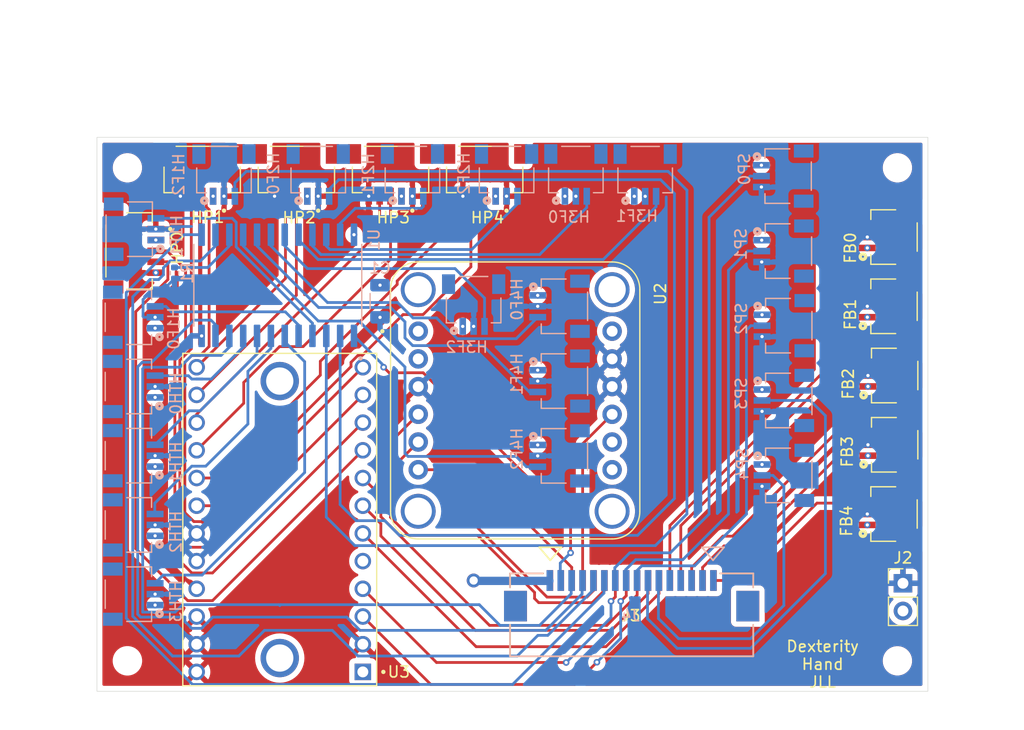
<source format=kicad_pcb>
(kicad_pcb (version 20240108) (generator "pcbnew") (generator_version "8.0")
  (layers (0 "F.Cu" signal) (1 "In1.Cu" power "PWR") (2 "In2.Cu" power "GND") (31 "B.Cu" signal) (34 "B.Paste" user) (35 "F.Paste" user) (36 "B.SilkS" user "B.Silkscreen") (37 "F.SilkS" user "F.Silkscreen") (38 "B.Mask" user) (39 "F.Mask" user) (44 "Edge.Cuts" user))
  (net 0 "")
  (net 1 "GND")
  (net 2 "3V3")
  (net 3 "HALL_0")
  (net 4 "HAPTIC_SCL_0")
  (net 5 "HAPTIC_SDA_0")
  (net 6 "HALL_1")
  (net 7 "HALL_2")
  (net 8 "HALL_3")
  (net 9 "HALL_4")
  (net 10 "HALL_5")
  (net 11 "HALL_6")
  (net 12 "HALL_7")
  (net 13 "HALL_8")
  (net 14 "HALL_9")
  (net 15 "HALL_10")
  (net 16 "HALL_11")
  (net 17 "HALL_12")
  (net 18 "HALL_13")
  (net 19 "HALL_14")
  (net 20 "HALL_15")
  (net 21 "HAPTIC_SDA_1")
  (net 22 "HAPTIC_SCL_1")
  (net 23 "HAPTIC_SDA_2")
  (net 24 "HAPTIC_SCL_2")
  (net 25 "HAPTIC_SDA_3")
  (net 26 "HAPTIC_SCL_3")
  (net 27 "HAPTIC_SCL_4")
  (net 28 "HAPTIC_SDA_4")
  (net 29 "FEEDBACK_D0")
  (net 30 "6V0")
  (net 31 "FEEDBACK_D1")
  (net 32 "FEEDBACK_D2")
  (net 33 "FEEDBACK_D3")
  (net 34 "FEEDBACK_D4")
  (net 35 "SPOOLPOT_ADC1")
  (net 36 "SPOOLPOT_ADC2")
  (net 37 "SPOOLPOT_ADC3")
  (net 38 "SPOOLPOT_ADC0")
  (net 39 "SPOOLPOT_ADC4")
  (net 40 "IMU_SDA")
  (net 41 "HAPTIC_SDA")
  (net 42 "HAPTIC_S2")
  (net 43 "HAPTIC_SCL")
  (net 44 "IMU_SCL")
  (net 45 "HAPTIC_S1")
  (net 46 "HAPTIC_S0")
  (net 47 "HALL_ADC")
  (net 48 "HALL_S2")
  (net 49 "HALL_S0")
  (net 50 "HALL_S1")
  (net 51 "HALL_S3")
  (net 52 "Net-(U1-~{E})")
  (net 54 "IMU_1_RST")
  (net 55 "unconnected-(J3-Pin_1-Pad1)")
  (net 58 "IMU_1_INT")
  (footprint "MountingHole:MountingHole_2.2mm_M2" (layer "F.Cu") (at 85.598 60.198)
    (property "Reference" "REF**" (hide yes))
    (property "Value" "MountingHole_2.2mm_M2")
  )
  (footprint "TCA9548A:MODULE_2717" (layer "F.Cu") (at 28.956 47.244 180)
    (property "Reference" "U3")
    (property "Value" "TCA9548A")
  )
  (footprint "SM03B-SRSS-TB:JST_SM03B-SRSS-TB_LF__SN_" (layer "F.Cu") (at 82.836 46.736 90)
    (property "Reference" "FB4")
    (property "Value" "Conn_01x03_FEEDBACK_4")
  )
  (footprint "SM03B-SRSS-TB:JST_SM03B-SRSS-TB_LF__SN_" (layer "F.Cu") (at 82.896 34.036 90)
    (property "Reference" "FB2")
    (property "Value" "Conn_01x03_FEEDBACK_2")
  )
  (footprint "Connector_PinHeader_2.54mm:PinHeader_1x02_P2.54mm_Vertical" (layer "F.Cu") (at 86.106 53.086)
    (property "Reference" "J2")
    (property "Value" "Conn_01x02_Feedback_Power")
  )
  (footprint "SM03B-SRSS-TB:JST_SM03B-SRSS-TB_LF__SN_" (layer "F.Cu") (at 82.836 21.336 90)
    (property "Reference" "FB0")
    (property "Value" "Conn_01x03_FEEDBACK_0")
  )
  (footprint "SM03B-SRSS-TB:JST_SM03B-SRSS-TB_LF__SN_" (layer "F.Cu") (at 82.836 27.686 90)
    (property "Reference" "FB1")
    (property "Value" "Conn_01x03_FEEDBACK_1")
  )
  (footprint "SM05B-SRSS-TB:JST_SM05B-SRSS-TB_LF__SN_" (layer "F.Cu") (at 39.116 13.716 180)
    (property "Reference" "HP3")
    (property "Value" "Conn_01x05_HAPTIC_3")
  )
  (footprint "SM05B-SRSS-TB:JST_SM05B-SRSS-TB_LF__SN_" (layer "F.Cu") (at 47.75 13.716 180)
    (property "Reference" "HP4")
    (property "Value" "Conn_01x05_HAPTIC_4")
  )
  (footprint "SM05B-SRSS-TB:JST_SM05B-SRSS-TB_LF__SN_" (layer "F.Cu") (at 30.48 13.716 180)
    (property "Reference" "HP2")
    (property "Value" "Conn_01x05_HAPTIC_2")
  )
  (footprint "SM05B-SRSS-TB:JST_SM05B-SRSS-TB_LF__SN_" (layer "F.Cu") (at 21.844 13.716 180)
    (property "Reference" "HP1")
    (property "Value" "Conn_01x05_HAPTIC_1")
  )
  (footprint "MountingHole:MountingHole_2.2mm_M2" (layer "F.Cu") (at 14.986 14.986)
    (property "Reference" "REF**" (hide yes))
    (property "Value" "MountingHole_2.2mm_M2")
  )
  (footprint "SM05B-SRSS-TB:JST_SM05B-SRSS-TB_LF__SN_" (layer "F.Cu") (at 13.716 22.606 -90)
    (property "Reference" "HP0")
    (property "Value" "Conn_01x05_HAPTIC_0")
  )
  (footprint "MountingHole:MountingHole_2.2mm_M2" (layer "F.Cu") (at 14.986 60.198)
    (property "Reference" "REF**" (hide yes))
    (property "Value" "MountingHole_2.2mm_M2")
  )
  (footprint "SM03B-SRSS-TB:JST_SM03B-SRSS-TB_LF__SN_" (layer "F.Cu") (at 82.896 40.386 90)
    (property "Reference" "FB3")
    (property "Value" "Conn_01x03_FEEDBACK_3")
  )
  (footprint "MountingHole:MountingHole_2.2mm_M2" (layer "F.Cu") (at 85.598 14.986)
    (property "Reference" "REF**" (hide yes))
    (property "Value" "MountingHole_2.2mm_M2")
  )
  (footprint "BNO085:MODULE_4754" (layer "F.Cu") (at 50.546 36.322 -90)
    (property "Reference" "U2")
    (property "Value" "4754")
  )
  (footprint "522071633:CON_522071633_MOL" (layer "F.Cu") (at 61.232015 55.981699)
    (property "Reference" "J3")
    (property "Value" "Conn_01x16_Top")
  )
  (footprint "SM03B-SRSS-TB:JST_SM03B-SRSS-TB_LF__SN_" (layer "B.Cu") (at 56.1086 17.5956)
    (property "Reference" "H3F0")
    (property "Value" "Conn_01x03_HALL_10")
  )
  (footprint "SM03B-SRSS-TB:JST_SM03B-SRSS-TB_LF__SN_" (layer "B.Cu") (at 73.184 29.464 -90)
    (property "Reference" "SP2")
    (property "Value" "Conn_01x03_SPOOLPOT_2")
  )
  (footprint "SM03B-SRSS-TB:JST_SM03B-SRSS-TB_LF__SN_" (layer "B.Cu") (at 17.526 28.6926 90)
    (property "Reference" "H1F0")
    (property "Value" "Conn_01x03_HALL_4")
  )
  (footprint "SM03B-SRSS-TB:JST_SM03B-SRSS-TB_LF__SN_" (layer "B.Cu") (at 46.736 29.529)
    (property "Reference" "H3F2")
    (property "Value" "Conn_01x03_HALL_12")
  )
  (footprint "SM03B-SRSS-TB:JST_SM03B-SRSS-TB_LF__SN_" (layer "B.Cu") (at 32.4866 17.6022)
    (property "Reference" "H2F0")
    (property "Value" "Conn_01x03_HALL_7")
  )
  (footprint "CD74HC4067M96:SOIC127P1030X265-24N" (layer "B.Cu") (at 28.7782 25.7607 90)
    (property "Reference" "U1")
    (property "Value" "CD74HC4067M96")
  )
  (footprint "SM03B-SRSS-TB:JST_SM03B-SRSS-TB_LF__SN_" (layer "B.Cu") (at 73.152 22.622 -90)
    (property "Reference" "SP1")
    (property "Value" "Conn_01x03_SPOOLPOT_1")
  )
  (footprint "SM03B-SRSS-TB:JST_SM03B-SRSS-TB_LF__SN_" (layer "B.Cu") (at 73.184 36.322 -90)
    (property "Reference" "SP3")
    (property "Value" "Conn_01x03_SPOOLPOT_3")
  )
  (footprint "SM03B-SRSS-TB:JST_SM03B-SRSS-TB_LF__SN_" (layer "B.Cu") (at 41.1226 17.5956)
    (property "Reference" "H2F1")
    (property "Value" "Conn_01x03_HALL_8")
  )
  (footprint "SM03B-SRSS-TB:JST_SM03B-SRSS-TB_LF__SN_" (layer "B.Cu") (at 73.184 43.194 -90)
    (property "Reference" "SP4")
    (property "Value" "Conn_01x03_SPOOLPOT_4")
  )
  (footprint "SM03B-SRSS-TB:JST_SM03B-SRSS-TB_LF__SN_" (layer "B.Cu") (at 52.61 27.686 -90)
    (property "Reference" "H4F0")
    (property "Value" "Conn_01x03_HALL_13")
  )
  (footprint "SM03B-SRSS-TB:JST_SM03B-SRSS-TB_LF__SN_" (layer "B.Cu") (at 62.468 17.6022)
    (property "Reference" "H3F1")
    (property "Value" "Conn_01x03_HALL_11")
  )
  (footprint "522071633:CON_522071633_MOL" (layer "B.Cu") (at 61.221015 55.981999 180)
    (property "Reference" "J4")
    (property "Value" "Conn_01x16_Bottom")
  )
  (footprint "SM03B-SRSS-TB:JST_SM03B-SRSS-TB_LF__SN_" (layer "B.Cu") (at 52.61 41.402 -90)
    (property "Reference" "H4F2")
    (property "Value" "Conn_01x03_HALL_15")
  )
  (footprint "SM03B-SRSS-TB:JST_SM03B-SRSS-TB_LF__SN_" (layer "B.Cu") (at 17.6022 20.6154 90)
    (property "Reference" "H1F1")
    (property "Value" "Conn_01x03_HALL_5")
  )
  (footprint "SM03B-SRSS-TB:JST_SM03B-SRSS-TB_LF__SN_" (layer "B.Cu") (at 17.526 41.386 90)
    (property "Reference" "HTH1")
    (property "Value" "Conn_01x03_HALL_1")
  )
  (footprint "SM03B-SRSS-TB:JST_SM03B-SRSS-TB_LF__SN_" (layer "B.Cu") (at 17.526 47.736 90)
    (property "Reference" "HTH2")
    (property "Value" "Conn_01x03_HALL_2")
  )
  (footprint "Capacitor_SMD:C_1206_3216Metric" (layer "B.Cu") (at 38.1508 27.227 -90)
    (property "Reference" "C1")
    (property "Value" "0.1u")
  )
  (footprint "SM03B-SRSS-TB:JST_SM03B-SRSS-TB_LF__SN_" (layer "B.Cu") (at 49.7586 17.5956)
    (property "Reference" "H2F2")
    (property "Value" "Conn_01x03_HALL_9")
  )
  (footprint "SM03B-SRSS-TB:JST_SM03B-SRSS-TB_LF__SN_" (layer "B.Cu") (at 23.8412 17.6022)
    (property "Reference" "H1F2")
    (property "Value" "Conn_01x03_HALL_6")
  )
  (footprint "SM03B-SRSS-TB:JST_SM03B-SRSS-TB_LF__SN_" (layer "B.Cu") (at 17.526 54.086 90)
    (property "Reference" "HTH3")
    (property "Value" "Conn_01x03_HALL_3")
  )
  (footprint "Resistor_SMD:R_0402_1005Metric" (layer "B.Cu") (at 19.304 24.638 90)
    (property "Reference" "R1")
    (property "Value" "10k")
  )
  (footprint "SM03B-SRSS-TB:JST_SM03B-SRSS-TB_LF__SN_" (layer "B.Cu") (at 17.526 35.0426 90)
    (property "Reference" "HTH0")
    (property "Value" "Conn_01x03_HALL_0")
  )
  (footprint "SM03B-SRSS-TB:JST_SM03B-SRSS-TB_LF__SN_" (layer "B.Cu") (at 73.1266 15.748 -90)
    (property "Reference" "SP0")
    (property "Value" "Conn_01x03_SPOOLPOT_0")
  )
  (footprint "SM03B-SRSS-TB:JST_SM03B-SRSS-TB_LF__SN_" (layer "B.Cu") (at 52.61 34.544 -90)
    (property "Reference" "H4F1")
    (property "Value" "Conn_01x03_HALL_14")
  )
  (gr_rect (start 12.192 12.192) (end 88.392 62.992) (stroke (width 0.05)) (fill none) (layer "Edge.Cuts"))
  (gr_text "Dexterity\nHand\nJLL" (at 78.74 62.738 0) (layer "F.SilkS") (effects (font (size 1.016 1.016) (thickness 0.1524)) (justify bottom)))
  (via (at 73.1266 16.748) (size 0.6) (drill 0.3) (layers "F.Cu" "B.Cu") (net 1))
  (via (at 23.844 17.591) (size 0.6) (drill 0.3) (layers "F.Cu" "B.Cu") (net 1))
  (via (at 73.152 23.622) (size 0.6) (drill 0.3) (layers "F.Cu" "B.Cu") (net 1))
  (via (at 41.116 17.591) (size 0.6) (drill 0.3) (layers "F.Cu" "B.Cu") (net 1))
  (via (at 52.61 27.686) (size 0.6) (drill 0.3) (layers "F.Cu" "B.Cu") (net 1))
  (via (at 28.48 17.591) (size 0.6) (drill 0.3) (layers "F.Cu" "B.Cu") (net 1))
  (via (at 32.48 17.591) (size 0.6) (drill 0.3) (layers "F.Cu" "B.Cu") (net 1))
  (via (at 17.526 54.086) (size 0.6) (drill 0.3) (layers "F.Cu" "B.Cu") (net 1))
  (via (at 73.184 44.194) (size 0.6) (drill 0.3) (layers "F.Cu" "B.Cu") (net 1))
  (via (at 21.7932 30.4007) (size 0.6) (drill 0.3) (layers "F.Cu" "B.Cu") (net 1))
  (via (at 17.526 41.386) (size 0.6) (drill 0.3) (layers "F.Cu" "B.Cu") (net 1))
  (via (at 17.526 47.736) (size 0.6) (drill 0.3) (layers "F.Cu" "B.Cu") (net 1))
  (via (at 82.896 40.386) (size 0.6) (drill 0.3) (layers "F.Cu" "B.Cu") (net 1))
  (via (at 73.184 30.464) (size 0.6) (drill 0.3) (layers "F.Cu" "B.Cu") (net 1))
  (via (at 82.836 46.736) (size 0.6) (drill 0.3) (layers "F.Cu" "B.Cu") (net 1))
  (via (at 38.1508 28.702) (size 0.6) (drill 0.3) (layers "F.Cu" "B.Cu") (net 1))
  (via (at 46.736 29.529) (size 0.6) (drill 0.3) (layers "F.Cu" "B.Cu") (net 1))
  (via (at 37.116 17.591) (size 0.6) (drill 0.3) (layers "F.Cu" "B.Cu") (net 1))
  (via (at 52.61 34.544) (size 0.6) (drill 0.3) (layers "F.Cu" "B.Cu") (net 1))
  (via (at 17.526 28.6926) (size 0.6) (drill 0.3) (layers "F.Cu" "B.Cu") (net 1))
  (via (at 52.61 41.402) (size 0.6) (drill 0.3) (layers "F.Cu" "B.Cu") (net 1))
  (via (at 56.1086 17.5956) (size 0.6) (drill 0.3) (layers "F.Cu" "B.Cu") (net 1))
  (via (at 82.896 34.036) (size 0.6) (drill 0.3) (layers "F.Cu" "B.Cu") (net 1))
  (via (at 82.836 21.336) (size 0.6) (drill 0.3) (layers "F.Cu" "B.Cu") (net 1))
  (via (at 45.75 17.591) (size 0.6) (drill 0.3) (layers "F.Cu" "B.Cu") (net 1))
  (via (at 17.591 24.606) (size 0.6) (drill 0.3) (layers "F.Cu" "B.Cu") (net 1))
  (via (at 82.836 27.686) (size 0.6) (drill 0.3) (layers "F.Cu" "B.Cu") (net 1))
  (via (at 17.591 20.606) (size 0.6) (drill 0.3) (layers "F.Cu" "B.Cu") (net 1))
  (via (at 49.75 17.591) (size 0.6) (drill 0.3) (layers "F.Cu" "B.Cu") (net 1))
  (via (at 19.844 17.591) (size 0.6) (drill 0.3) (layers "F.Cu" "B.Cu") (net 1))
  (via (at 73.184 37.322) (size 0.6) (drill 0.3) (layers "F.Cu" "B.Cu") (net 1))
  (via (at 62.468 17.6022) (size 0.6) (drill 0.3) (layers "F.Cu" "B.Cu") (net 1))
  (via (at 17.526 35.0426) (size 0.6) (drill 0.3) (layers "F.Cu" "B.Cu") (net 1))
  (segment (start 16.497 28.6926) (end 17.526 28.6926) (width 0.254) (layer "B.Cu") (net 1))
  (segment (start 16.4208 27.0624) (end 16.4208 28.6164) (width 0.254) (layer "B.Cu") (net 1))
  (segment (start 18.163 26.289) (end 17.1942 26.289) (width 0.254) (layer "B.Cu") (net 1))
  (segment (start 16.4208 28.6164) (end 16.497 28.6926) (width 0.254) (layer "B.Cu") (net 1))
  (segment (start 19.304 25.148) (end 18.163 26.289) (width 0.254) (layer "B.Cu") (net 1))
  (segment (start 17.1942 26.289) (end 16.4208 27.0624) (width 0.254) (layer "B.Cu") (net 1))
  (via (at 38.1508 25.752) (size 0.6) (drill 0.3) (layers "F.Cu" "B.Cu") (net 2))
  (via (at 46.736 52.832) (size 1.27) (drill 0.762) (layers "F.Cu" "B.Cu") (net 2))
  (via (at 17.526 36.0426) (size 0.6) (drill 0.3) (layers "F.Cu" "B.Cu") (net 2))
  (via (at 17.526 29.6926) (size 0.6) (drill 0.3) (layers "F.Cu" "B.Cu") (net 2))
  (via (at 55.1086 17.5956) (size 0.6) (drill 0.3) (layers "F.Cu" "B.Cu") (net 2))
  (via (at 52.61 40.402) (size 0.6) (drill 0.3) (layers "F.Cu" "B.Cu") (net 2))
  (via (at 73.184 28.464) (size 0.6) (drill 0.3) (layers "F.Cu" "B.Cu") (net 2))
  (via (at 73.1266 14.748) (size 0.6) (drill 0.3) (layers "F.Cu" "B.Cu") (net 2))
  (via (at 73.152 21.622) (size 0.6) (drill 0.3) (layers "F.Cu" "B.Cu") (net 2))
  (via (at 61.468 17.6022) (size 0.6) (drill 0.3) (layers "F.Cu" "B.Cu") (net 2))
  (via (at 73.184 35.322) (size 0.6) (drill 0.3) (layers "F.Cu" "B.Cu") (net 2))
  (via (at 40.116 17.591) (size 0.6) (drill 0.3) (layers "F.Cu" "B.Cu") (net 2))
  (via (at 45.736 29.529) (size 0.6) (drill 0.3) (layers "F.Cu" "B.Cu") (net 2))
  (via (at 22.844 17.591) (size 0.6) (drill 0.3) (layers "F.Cu" "B.Cu") (net 2))
  (via (at 17.526 42.386) (size 0.6) (drill 0.3) (layers "F.Cu" "B.Cu") (net 2))
  (via (at 31.48 17.591) (size 0.6) (drill 0.3) (layers "F.Cu" "B.Cu") (net 2))
  (via (at 73.184 42.194) (size 0.6) (drill 0.3) (layers "F.Cu" "B.Cu") (net 2))
  (via (at 52.61 33.544) (size 0.6) (drill 0.3) (layers "F.Cu" "B.Cu") (net 2))
  (via (at 35.7632 21.1207) (size 0.6) (drill 0.3) (layers "F.Cu" "B.Cu") (net 2))
  (via (at 17.526 55.086) (size 0.6) (drill 0.3) (layers "F.Cu" "B.Cu") (net 2))
  (via (at 48.75 17.591) (size 0.6) (drill 0.3) (layers "F.Cu" "B.Cu") (net 2))
  (via (at 17.591 21.606) (size 0.6) (drill 0.3) (layers "F.Cu" "B.Cu") (net 2))
  (via (at 52.61 26.686) (size 0.6) (drill 0.3) (layers "F.Cu" "B.Cu") (net 2))
  (via (at 17.526 48.736) (size 0.6) (drill 0.3) (layers "F.Cu" "B.Cu") (net 2))
  (segment (start 53.682 52.867) (end 46.771 52.867) (width 0.762) (layer "B.Cu") (net 2))
  (segment (start 46.771 52.867) (end 46.736 52.832) (width 0.762) (layer "B.Cu") (net 2))
  (segment (start 22.675699 34.3582) (end 25.6032 31.430699) (width 0.254) (layer "B.Cu") (net 3))
  (segment (start 21.844 34.3582) (end 21.59 34.3582) (width 0.254) (layer "B.Cu") (net 3))
  (segment (start 25.6032 31.430699) (end 25.6032 30.4007) (width 0.254) (layer "B.Cu") (net 3))
  (segment (start 20.580709 34.052) (end 20.886909 34.3582) (width 0.254) (layer "B.Cu") (net 3))
  (segment (start 21.59 34.3582) (end 21.336 34.3582) (width 0.254) (layer "B.Cu") (net 3))
  (segment (start 20.886909 34.3582) (end 21.336 34.3582) (width 0.254) (layer "B.Cu") (net 3))
  (segment (start 17.494 34.052) (end 20.580709 34.052) (width 0.254) (layer "B.Cu") (net 3))
  (segment (start 21.844 34.3582) (end 22.675699 34.3582) (width 0.254) (layer "B.Cu") (net 3))
  (segment (start 21.336 34.3582) (end 21.844 34.3582) (width 0.254) (layer "B.Cu") (net 3))
  (segment (start 19.3374 32.446153) (end 19.3374 50.588691) (width 0.254) (layer "F.Cu") (net 4))
  (segment (start 20.32 24.306) (end 20.32 31.463553) (width 0.254) (layer "F.Cu") (net 4))
  (segment (start 19.3374 50.588691) (end 20.886909 52.1382) (width 0.254) (layer "F.Cu") (net 4))
  (segment (start 18.62 22.606) (end 20.32 24.306) (width 0.254) (layer "F.Cu") (net 4))
  (segment (start 20.32 31.463553) (end 19.3374 32.446153) (width 0.254) (layer "F.Cu") (net 4))
  (segment (start 22.7918 52.1382) (end 36.576 38.354) (width 0.254) (layer "F.Cu") (net 4))
  (segment (start 20.886909 52.1382) (end 22.7918 52.1382) (width 0.254) (layer "F.Cu") (net 4))
  (segment (start 17.591 22.606) (end 18.62 22.606) (width 0.254) (layer "F.Cu") (net 4))
  (segment (start 20.515309 54.6782) (end 22.7918 54.6782) (width 0.254) (layer "F.Cu") (net 5))
  (segment (start 15.748 28.1844) (end 15.748 49.910891) (width 0.254) (layer "F.Cu") (net 5))
  (segment (start 18.6962 23.622) (end 18.6962 25.2362) (width 0.254) (layer "F.Cu") (net 5))
  (segment (start 18.6962 25.2362) (end 15.748 28.1844) (width 0.254) (layer "F.Cu") (net 5))
  (segment (start 15.748 49.910891) (end 20.515309 54.6782) (width 0.254) (layer "F.Cu") (net 5))
  (segment (start 17.591 23.606) (end 18.6802 23.606) (width 0.254) (layer "F.Cu") (net 5))
  (segment (start 18.6802 23.606) (end 18.6962 23.622) (width 0.254) (layer "F.Cu") (net 5))
  (segment (start 22.7918 54.6782) (end 36.576 40.894) (width 0.254) (layer "F.Cu") (net 5))
  (segment (start 20.6422 37.2698) (end 21.6582 37.2698) (width 0.254) (layer "B.Cu") (net 6))
  (segment (start 17.526 40.386) (end 20.6422 37.2698) (width 0.254) (layer "B.Cu") (net 6))
  (segment (start 26.8732 32.0548) (end 26.8732 30.4007) (width 0.254) (layer "B.Cu") (net 6))
  (segment (start 21.6582 37.2698) (end 26.8732 32.0548) (width 0.254) (layer "B.Cu") (net 6))
  (segment (start 22.1662 42.3498) (end 26.035 38.481) (width 0.254) (layer "B.Cu") (net 7))
  (segment (start 17.494 46.752) (end 17.494 45.742709) (width 0.254) (layer "B.Cu") (net 7))
  (segment (start 26.035 33.655) (end 28.1432 31.5468) (width 0.254) (layer "B.Cu") (net 7))
  (segment (start 20.886909 42.3498) (end 22.1662 42.3498) (width 0.254) (layer "B.Cu") (net 7))
  (segment (start 26.035 38.481) (end 26.035 33.655) (width 0.254) (layer "B.Cu") (net 7))
  (segment (start 28.1432 31.5468) (end 28.1432 30.4007) (width 0.254) (layer "B.Cu") (net 7))
  (segment (start 17.494 45.742709) (end 20.886909 42.3498) (width 0.254) (layer "B.Cu") (net 7))
  (segment (start 31.242 32.766) (end 29.4132 30.9372) (width 0.254) (layer "B.Cu") (net 8))
  (segment (start 29.4132 30.9372) (end 29.4132 30.4007) (width 0.254) (layer "B.Cu") (net 8))
  (segment (start 31.242 42.926) (end 31.242 32.766) (width 0.254) (layer "B.Cu") (net 8))
  (segment (start 18.262291 52.333709) (end 21.834291 52.333709) (width 0.254) (layer "B.Cu") (net 8))
  (segment (start 21.834291 52.333709) (end 31.242 42.926) (width 0.254) (layer "B.Cu") (net 8))
  (segment (start 17.494 53.102) (end 18.262291 52.333709) (width 0.254) (layer "B.Cu") (net 8))
  (segment (start 18.523 27.702) (end 19.015 28.194) (width 0.254) (layer "B.Cu") (net 9))
  (segment (start 17.494 27.702) (end 18.523 27.702) (width 0.254) (layer "B.Cu") (net 9))
  (segment (start 29.464 28.194) (end 30.6832 29.4132) (width 0.254) (layer "B.Cu") (net 9))
  (segment (start 30.6832 29.4132) (end 30.6832 30.4007) (width 0.254) (layer "B.Cu") (net 9))
  (segment (start 19.015 28.194) (end 29.464 28.194) (width 0.254) (layer "B.Cu") (net 9))
  (segment (start 31.9532 30.4007) (end 31.9532 29.235418) (width 0.254) (layer "B.Cu") (net 10))
  (segment (start 24.9634 19.985) (end 24.5938 19.6154) (width 0.254) (layer "B.Cu") (net 10))
  (segment (start 31.9532 29.235418) (end 24.9634 22.245618) (width 0.254) (layer "B.Cu") (net 10))
  (segment (start 24.5938 19.6154) (end 17.6022 19.6154) (width 0.254) (layer "B.Cu") (net 10))
  (segment (start 24.9634 22.245618) (end 24.9634 19.985) (width 0.254) (layer "B.Cu") (net 10))
  (segment (start 66.294 17.0434) (end 64.5668 15.3162) (width 0.254) (layer "B.Cu") (net 11))
  (segment (start 64.5668 15.3162) (end 25.8826 15.3162) (width 0.254) (layer "B.Cu") (net 11))
  (segment (start 24.8412 16.3576) (end 24.8412 17.6022) (width 0.254) (layer "B.Cu") (net 11))
  (segment (start 33.2232 30.4007) (end 33.2232 47.0154) (width 0.254) (layer "B.Cu") (net 11))
  (segment (start 66.294 46.736) (end 66.294 17.0434) (width 0.254) (layer "B.Cu") (net 11))
  (segment (start 35.8394 49.6316) (end 63.3984 49.6316) (width 0.254) (layer "B.Cu") (net 11))
  (segment (start 63.3984 49.6316) (end 66.294 46.736) (width 0.254) (layer "B.Cu") (net 11))
  (segment (start 33.2232 47.0154) (end 35.8394 49.6316) (width 0.254) (layer "B.Cu") (net 11))
  (segment (start 25.8826 15.3162) (end 24.8412 16.3576) (width 0.254) (layer "B.Cu") (net 11))
  (segment (start 65.151 45.3136) (end 65.151 17.3482) (width 0.254) (layer "B.Cu") (net 12))
  (segment (start 34.3662 16.0782) (end 33.4866 16.9578) (width 0.254) (layer "B.Cu") (net 12))
  (segment (start 33.4866 16.9578) (end 33.4866 17.6022) (width 0.254) (layer "B.Cu") (net 12))
  (segment (start 65.151 17.3482) (end 63.881 16.0782) (width 0.254) (layer "B.Cu") (net 12))
  (segment (start 61.7728 48.6918) (end 65.151 45.3136) (width 0.254) (layer "B.Cu") (net 12))
  (segment (start 38.5826 47.3456) (end 39.9288 48.6918) (width 0.254) (layer "B.Cu") (net 12))
  (segment (start 34.4932 30.4007) (end 34.4932 45.8724) (width 0.254) (layer "B.Cu") (net 12))
  (segment (start 63.881 16.0782) (end 34.3662 16.0782) (width 0.254) (layer "B.Cu") (net 12))
  (segment (start 39.9288 48.6918) (end 61.7728 48.6918) (width 0.254) (layer "B.Cu") (net 12))
  (segment (start 34.4932 45.8724) (end 35.9664 47.3456) (width 0.254) (layer "B.Cu") (net 12))
  (segment (start 35.9664 47.3456) (end 38.5826 47.3456) (width 0.254) (layer "B.Cu") (net 12))
  (segment (start 34.4932 21.1207) (end 34.4932 20.090701) (width 0.254) (layer "B.Cu") (net 13))
  (segment (start 35.883101 18.7008) (end 41.9544 18.7008) (width 0.254) (layer "B.Cu") (net 13))
  (segment (start 41.9544 18.7008) (end 42.1226 18.5326) (width 0.254) (layer "B.Cu") (net 13))
  (segment (start 42.1226 18.5326) (end 42.1226 17.5956) (width 0.254) (layer "B.Cu") (net 13))
  (segment (start 34.4932 20.090701) (end 35.883101 18.7008) (width 0.254) (layer "B.Cu") (net 13))
  (segment (start 46.5563 22.4809) (end 50.7586 18.2786) (width 0.254) (layer "B.Cu") (net 14))
  (segment (start 33.2232 22.150699) (end 33.553401 22.4809) (width 0.254) (layer "B.Cu") (net 14))
  (segment (start 33.553401 22.4809) (end 46.5563 22.4809) (width 0.254) (layer "B.Cu") (net 14))
  (segment (start 50.7586 18.2786) (end 50.7586 17.5956) (width 0.254) (layer "B.Cu") (net 14))
  (segment (start 33.2232 21.1207) (end 33.2232 22.150699) (width 0.254) (layer "B.Cu") (net 14))
  (segment (start 57.1086 18.6246) (end 57.1086 17.5956) (width 0.254) (layer "B.Cu") (net 15))
  (segment (start 31.9532 22.150699) (end 32.740601 22.9381) (width 0.254) (layer "B.Cu") (net 15))
  (segment (start 32.740601 22.9381) (end 52.7951 22.9381) (width 0.254) (layer "B.Cu") (net 15))
  (segment (start 52.7951 22.9381) (end 57.1086 18.6246) (width 0.254) (layer "B.Cu") (net 15))
  (segment (start 31.9532 21.1207) (end 31.9532 22.150699) (width 0.254) (layer "B.Cu") (net 15))
  (segment (start 32.472682 23.3953) (end 58.6213 23.3953) (width 0.254) (layer "B.Cu") (net 16))
  (segment (start 58.6213 23.3953) (end 63.468 18.5486) (width 0.254) (layer "B.Cu") (net 16))
  (segment (start 30.6832 21.605818) (end 32.472682 23.3953) (width 0.254) (layer "B.Cu") (net 16))
  (segment (start 63.468 18.5486) (end 63.468 17.6022) (width 0.254) (layer "B.Cu") (net 16))
  (segment (start 30.6832 21.1207) (end 30.6832 21.605818) (width 0.254) (layer "B.Cu") (net 16))
  (segment (start 29.4132 22.150699) (end 31.494301 24.2318) (width 0.254) (layer "B.Cu") (net 17))
  (segment (start 47.736 26.9334) (end 47.736 29.529) (width 0.254) (layer "B.Cu") (net 17))
  (segment (start 29.4132 21.1207) (end 29.4132 22.150699) (width 0.254) (layer "B.Cu") (net 17))
  (segment (start 45.0344 24.2318) (end 47.736 26.9334) (width 0.254) (layer "B.Cu") (net 17))
  (segment (start 31.494301 24.2318) (end 45.0344 24.2318) (width 0.254) (layer "B.Cu") (net 17))
  (segment (start 33.332101 27.3396) (end 39.7602 27.3396) (width 0.254) (layer "B.Cu") (net 18))
  (segment (start 28.1432 22.150699) (end 33.332101 27.3396) (width 0.254) (layer "B.Cu") (net 18))
  (segment (start 41.1734 28.7528) (end 43.3324 28.7528) (width 0.254) (layer "B.Cu") (net 18))
  (segment (start 39.7602 27.3396) (end 41.1734 28.7528) (width 0.254) (layer "B.Cu") (net 18))
  (segment (start 43.3324 28.7528) (end 45.2374 30.6578) (width 0.254) (layer "B.Cu") (net 18))
  (segment (start 28.1432 21.1207) (end 28.1432 22.150699) (width 0.254) (layer "B.Cu") (net 18))
  (segment (start 50.6382 30.6578) (end 52.61 28.686) (width 0.254) (layer "B.Cu") (net 18))
  (segment (start 45.2374 30.6578) (end 50.6382 30.6578) (width 0.254) (layer "B.Cu") (net 18))
  (segment (start 51.8508 35.544) (end 52.61 35.544) (width 0.254) (layer "B.Cu") (net 19))
  (segment (start 26.8732 22.150699) (end 32.519301 27.7968) (width 0.254) (layer "B.Cu") (net 19))
  (segment (start 47.5996 31.2928) (end 51.8508 35.544) (width 0.254) (layer "B.Cu") (net 19))
  (segment (start 39.1252 27.7968) (end 40.4368 29.1084) (width 0.254) (layer "B.Cu") (net 19))
  (segment (start 32.519301 27.7968) (end 39.1252 27.7968) (width 0.254) (layer "B.Cu") (net 19))
  (segment (start 40.4368 29.1084) (end 40.4368 30.57861) (width 0.254) (layer "B.Cu") (net 19))
  (segment (start 40.4368 30.57861) (end 41.15099 31.2928) (width 0.254) (layer "B.Cu") (net 19))
  (segment (start 26.8732 21.1207) (end 26.8732 22.150699) (width 0.254) (layer "B.Cu") (net 19))
  (segment (start 41.15099 31.2928) (end 47.5996 31.2928) (width 0.254) (layer "B.Cu") (net 19))
  (segment (start 50.6318 41.4528) (end 51.581 42.402) (width 0.254) (layer "B.Cu") (net 20))
  (segment (start 25.6032 21.1207) (end 25.6032 22.150699) (width 0.254) (layer "B.Cu") (net 20))
  (segment (start 32.493001 29.0405) (end 36.2287 29.0405) (width 0.254) (layer "B.Cu") (net 20))
  (segment (start 36.2287 29.0405) (end 40.4368 33.2486) (width 0.254) (layer "B.Cu") (net 20))
  (segment (start 40.4368 33.2486) (end 40.4368 41.1734) (width 0.254) (layer "B.Cu") (net 20))
  (segment (start 25.6032 22.150699) (end 32.493001 29.0405) (width 0.254) (layer "B.Cu") (net 20))
  (segment (start 40.4368 41.1734) (end 40.7162 41.4528) (width 0.254) (layer "B.Cu") (net 20))
  (segment (start 51.581 42.402) (end 52.61 42.402) (width 0.254) (layer "B.Cu") (net 20))
  (segment (start 40.7162 41.4528) (end 50.6318 41.4528) (width 0.254) (layer "B.Cu") (net 20))
  (segment (start 20.844 31.586131) (end 19.7946 32.635531) (width 0.254) (layer "F.Cu") (net 21))
  (segment (start 22.606 49.784) (end 36.576 35.814) (width 0.254) (layer "F.Cu") (net 21))
  (segment (start 19.7946 32.635531) (end 19.7946 49.512599) (width 0.254) (layer "F.Cu") (net 21))
  (segment (start 20.066001 49.784) (end 22.606 49.784) (width 0.254) (layer "F.Cu") (net 21))
  (segment (start 19.7946 49.512599) (end 20.066001 49.784) (width 0.254) (layer "F.Cu") (net 21))
  (segment (start 20.844 17.591) (end 20.844 31.586131) (width 0.254) (layer "F.Cu") (net 21))
  (segment (start 20.2518 32.824909) (end 20.2518 46.5996) (width 0.254) (layer "F.Cu") (net 22))
  (segment (start 20.886909 32.1898) (end 20.2518 32.824909) (width 0.254) (layer "F.Cu") (net 22))
  (segment (start 22.479 18.8232) (end 22.479 31.369) (width 0.254) (layer "F.Cu") (net 22))
  (segment (start 21.082 47.4298) (end 21.785091 47.4298) (width 0.254) (layer "F.Cu") (net 22))
  (segment (start 22.2138 18.558) (end 22.479 18.8232) (width 0.254) (layer "F.Cu") (net 22))
  (segment (start 20.2518 46.5996) (end 21.082 47.4298) (width 0.254) (layer "F.Cu") (net 22))
  (segment (start 22.356645 47.493355) (end 36.576 33.274) (width 0.254) (layer "F.Cu") (net 22))
  (segment (start 21.6582 32.1898) (end 20.886909 32.1898) (width 0.254) (layer "F.Cu") (net 22))
  (segment (start 21.785091 47.4298) (end 21.848646 47.493355) (width 0.254) (layer "F.Cu") (net 22))
  (segment (start 22.479 31.369) (end 21.6582 32.1898) (width 0.254) (layer "F.Cu") (net 22))
  (segment (start 21.844 17.591) (end 22.2138 17.9608) (width 0.254) (layer "F.Cu") (net 22))
  (segment (start 22.2138 17.9608) (end 22.2138 18.558) (width 0.254) (layer "F.Cu") (net 22))
  (segment (start 21.848646 47.493355) (end 22.356645 47.493355) (width 0.254) (layer "F.Cu") (net 22))
  (segment (start 29.48 25.13) (end 21.336 33.274) (width 0.254) (layer "F.Cu") (net 23))
  (segment (start 29.48 17.591) (end 29.48 25.13) (width 0.254) (layer "F.Cu") (net 23))
  (segment (start 30.48 26.67) (end 21.336 35.814) (width 0.254) (layer "F.Cu") (net 24))
  (segment (start 30.48 17.591) (end 30.48 26.67) (width 0.254) (layer "F.Cu") (net 24))
  (segment (start 38.116 20.812) (end 21.336 37.592) (width 0.254) (layer "F.Cu") (net 25))
  (segment (start 21.336 37.592) (end 21.336 38.354) (width 0.254) (layer "F.Cu") (net 25))
  (segment (start 38.116 17.591) (end 38.116 20.812) (width 0.254) (layer "F.Cu") (net 25))
  (segment (start 25.654 34.671) (end 25.654 36.576) (width 0.254) (layer "F.Cu") (net 26))
  (segment (start 28.94 31.385) (end 25.654 34.671) (width 0.254) (layer "F.Cu") (net 26))
  (segment (start 39.116 17.591) (end 39.116 23.368) (width 0.254) (layer "F.Cu") (net 26))
  (segment (start 31.099 31.385) (end 28.94 31.385) (width 0.254) (layer "F.Cu") (net 26))
  (segment (start 25.654 36.576) (end 21.336 40.894) (width 0.254) (layer "F.Cu") (net 26))
  (segment (start 39.116 23.368) (end 31.099 31.385) (width 0.254) (layer "F.Cu") (net 26))
  (segment (start 22.733 45.974) (end 21.336 45.974) (width 0.254) (layer "F.Cu") (net 27))
  (segment (start 47.75 17.591) (end 47.3802 17.9608) (width 0.254) (layer "F.Cu") (net 27))
  (segment (start 36.126909 32.1898) (end 35.4918 32.824909) (width 0.254) (layer "F.Cu") (net 27))
  (segment (start 47.3802 17.9608) (end 47.3802 18.6962) (width 0.254) (layer "F.Cu") (net 27))
  (segment (start 36.5172 32.1898) (end 36.126909 32.1898) (width 0.254) (layer "F.Cu") (net 27))
  (segment (start 42.099716 28.448) (end 40.259 28.448) (width 0.254) (layer "F.Cu") (net 27))
  (segment (start 46.482 24.065716) (end 42.099716 28.448) (width 0.254) (layer "F.Cu") (net 27))
  (segment (start 35.4918 33.2152) (end 22.733 45.974) (width 0.254) (layer "F.Cu") (net 27))
  (segment (start 40.259 28.448) (end 36.5172 32.1898) (width 0.254) (layer "F.Cu") (net 27))
  (segment (start 46.482 19.5944) (end 46.482 24.065716) (width 0.254) (layer "F.Cu") (net 27))
  (segment (start 47.3802 18.6962) (end 46.482 19.5944) (width 0.254) (layer "F.Cu") (net 27))
  (segment (start 35.4918 32.824909) (end 35.4918 33.2152) (width 0.254) (layer "F.Cu") (net 27))
  (segment (start 46.75 17.591) (end 46.75 18.679822) (width 0.254) (layer "F.Cu") (net 28))
  (segment (start 23.241 43.434) (end 21.336 43.434) (width 0.254) (layer "F.Cu") (net 28))
  (segment (start 39.7258 25.362484) (end 39.7258 25.6792) (width 0.254) (layer "F.Cu") (net 28))
  (segment (start 32.6754 32.7296) (end 32.6754 33.9996) (width 0.254) (layer "F.Cu") (net 28))
  (segment (start 32.6754 33.9996) (end 23.241 43.434) (width 0.254) (layer "F.Cu") (net 28))
  (segment (start 46.75 18.679822) (end 46.408462 18.679822) (width 0.254) (layer "F.Cu") (net 28))
  (segment (start 39.7258 25.6792) (end 32.6754 32.7296) (width 0.254) (layer "F.Cu") (net 28))
  (segment (start 46.408462 18.679822) (end 39.7258 25.362484) (width 0.254) (layer "F.Cu") (net 28))
  (segment (start 64.732031 52.8317) (end 64.732031 47.789969) (width 0.254) (layer "F.Cu") (net 29))
  (segment (start 78.74 33.782) (end 78.74 23.622) (width 0.254) (layer "F.Cu") (net 29))
  (segment (start 64.732031 47.789969) (end 78.74 33.782) (width 0.254) (layer "F.Cu") (net 29))
  (segment (start 78.74 23.622) (end 82.026 20.336) (width 0.254) (layer "F.Cu") (net 29))
  (segment (start 82.026 20.336) (end 82.836 20.336) (width 0.254) (layer "F.Cu") (net 29))
  (via (at 82.896 35.036) (size 0.6) (drill 0.3) (layers "F.Cu" "B.Cu") (net 30))
  (via (at 82.836 22.336) (size 0.6) (drill 0.3) (layers "F.Cu" "B.Cu") (net 30))
  (via (at 82.896 41.386) (size 0.6) (drill 0.3) (layers "F.Cu" "B.Cu") (net 30))
  (via (at 82.836 47.736) (size 0.6) (drill 0.3) (layers "F.Cu" "B.Cu") (net 30))
  (via (at 82.836 28.686) (size 0.6) (drill 0.3) (layers "F.Cu" "B.Cu") (net 30))
  (segment (start 81.7308 27.0558) (end 82.1006 26.686) (width 0.254) (layer "F.Cu") (net 31))
  (segment (start 65.732031 47.805969) (end 65.732031 52.8317) (width 0.254) (layer "F.Cu") (net 31))
  (segment (start 81.7308 31.8072) (end 65.732031 47.805969) (width 0.254) (layer "F.Cu") (net 31))
  (segment (start 82.161 26.686) (end 82.836 26.686) (width 0.2) (layer "F.Cu") (net 31))
  (segment (start 82.107 26.686) (end 82.161 26.686) (width 0.254) (layer "F.Cu") (net 31))
  (segment (start 81.7308 31.8072) (end 81.7308 27.0558) (width 0.254) (layer "F.Cu") (net 31))
  (segment (start 82.1006 26.686) (end 82.836 26.686) (width 0.254) (layer "F.Cu") (net 31))
  (segment (start 82.896 33.036) (end 82.1606 33.036) (width 0.254) (layer "F.Cu") (net 32))
  (segment (start 82.1606 33.036) (end 81.7908 33.4058) (width 0.254) (layer "F.Cu") (net 32))
  (segment (start 66.732029 51.6277) (end 66.732029 52.8317) (width 0.254) (layer "F.Cu") (net 32))
  (segment (start 81.7908 33.4058) (end 81.7908 37.4622) (width 0.254) (layer "F.Cu") (net 32))
  (segment (start 69.591729 48.768) (end 66.732029 51.6277) (width 0.254) (layer "F.Cu") (net 32))
  (segment (start 81.7908 37.4622) (end 70.485 48.768) (width 0.254) (layer "F.Cu") (net 32))
  (segment (start 70.485 48.768) (end 69.591729 48.768) (width 0.254) (layer "F.Cu") (net 32))
  (segment (start 67.73203 51.6277) (end 69.70273 49.657) (width 0.254) (layer "F.Cu") (net 33))
  (segment (start 69.70273 49.657) (end 71.9384 49.657) (width 0.254) (layer "F.Cu") (net 33))
  (segment (start 71.9384 49.657) (end 82.2094 39.386) (width 0.254) (layer "F.Cu") (net 33))
  (segment (start 67.73203 52.8317) (end 67.73203 51.6277) (width 0.254) (layer "F.Cu") (net 33))
  (segment (start 82.2094 39.386) (end 82.896 39.386) (width 0.254) (layer "F.Cu") (net 33))
  (segment (start 78.217302 45.736) (end 71.121602 52.8317) (width 0.254) (layer "F.Cu") (net 34))
  (segment (start 82.836 45.736) (end 78.217302 45.736) (width 0.254) (layer "F.Cu") (net 34))
  (segment (start 71.121602 52.8317) (end 68.73203 52.8317) (width 0.254) (layer "F.Cu") (net 34))
  (segment (start 65.913 50.927) (end 70.104 46.736) (width 0.254) (layer "B.Cu") (net 35))
  (segment (start 60.682 51.84) (end 61.595 50.927) (width 0.254) (layer "B.Cu") (net 35))
  (segment (start 60.682 52.867) (end 60.682 51.84) (width 0.254) (layer "B.Cu") (net 35))
  (segment (start 71.866 22.622) (end 73.152 22.622) (width 0.254) (layer "B.Cu") (net 35))
  (segment (start 70.104 46.736) (end 70.104 24.384) (width 0.254) (layer "B.Cu") (net 35))
  (segment (start 70.104 24.384) (end 71.866 22.622) (width 0.254) (layer "B.Cu") (net 35))
  (segment (start 61.595 50.927) (end 65.913 50.927) (width 0.254) (layer "B.Cu") (net 35))
  (segment (start 72.155 29.464) (end 73.184 29.464) (width 0.254) (layer "B.Cu") (net 36))
  (segment (start 71.755 46.736) (end 71.755 29.864) (width 0.254) (layer "B.Cu") (net 36))
  (segment (start 61.682 51.9566) (end 62.1528 51.4858) (width 0.254) (layer "B.Cu") (net 36))
  (segment (start 67.0052 51.4858) (end 71.755 46.736) (width 0.254) (layer "B.Cu") (net 36))
  (segment (start 61.682 52.867) (end 61.682 51.9566) (width 0.254) (layer "B.Cu") (net 36))
  (segment (start 71.755 29.864) (end 72.155 29.464) (width 0.254) (layer "B.Cu") (net 36))
  (segment (start 62.1528 51.4858) (end 67.0052 51.4858) (width 0.254) (layer "B.Cu") (net 36))
  (segment (start 77.597 36.322) (end 73.184 36.322) (width 0.254) (layer "B.Cu") (net 37))
  (segment (start 65.405 59.055) (end 72.136 59.055) (width 0.254) (layer "B.Cu") (net 37))
  (segment (start 72.136 59.055) (end 78.994 52.197) (width 0.254) (layer "B.Cu") (net 37))
  (segment (start 62.682 52.867) (end 62.682 56.332) (width 0.254) (layer "B.Cu") (net 37))
  (segment (start 78.994 37.719) (end 77.597 36.322) (width 0.254) (layer "B.Cu") (net 37))
  (segment (start 62.682 56.332) (end 65.405 59.055) (width 0.254) (layer "B.Cu") (net 37))
  (segment (start 78.994 52.197) (end 78.994 37.719) (width 0.254) (layer "B.Cu") (net 37))
  (segment (start 61.053 50.292) (end 64.77 50.292) (width 0.254) (layer "B.Cu") (net 38))
  (segment (start 68.326 46.736) (end 68.326 19.5196) (width 0.254) (layer "B.Cu") (net 38))
  (segment (start 72.0976 15.748) (end 73.1266 15.748) (width 0.254) (layer "B.Cu") (net 38))
  (segment (start 64.77 50.292) (end 68.326 46.736) (width 0.254) (layer "B.Cu") (net 38))
  (segment (start 59.682 52.867) (end 59.682 51.663) (width 0.254) (layer "B.Cu") (net 38))
  (segment (start 59.682 51.663) (end 61.053 50.292) (width 0.254) (layer "B.Cu") (net 38))
  (segment (start 68.326 19.5196) (end 72.0976 15.748) (width 0.254) (layer "B.Cu") (net 38))
  (segment (start 75.184 44.196) (end 74.182 43.194) (width 0.254) (layer "B.Cu") (net 39))
  (segment (start 65.532 58.166) (end 72.136 58.166) (width 0.254) (layer "B.Cu") (net 39))
  (segment (start 63.682 56.316) (end 65.532 58.166) (width 0.254) (layer "B.Cu") (net 39))
  (segment (start 74.182 43.194) (end 73.184 43.194) (width 0.254) (layer "B.Cu") (net 39))
  (segment (start 72.136 58.166) (end 75.184 55.118) (width 0.254) (layer "B.Cu") (net 39))
  (segment (start 75.184 55.118) (end 75.184 44.196) (width 0.254) (layer "B.Cu") (net 39))
  (segment (start 63.682 52.867) (end 63.682 56.316) (width 0.254) (layer "B.Cu") (net 39))
  (segment (start 53.467 54.356) (end 43.307 44.196) (width 0.254) (layer "F.Cu") (net 40))
  (segment (start 57.73203 53.742099) (end 57.118129 54.356) (width 0.254) (layer "F.Cu") (net 40))
  (segment (start 57.73203 52.8317) (end 57.73203 53.742099) (width 0.254) (layer "F.Cu") (net 40))
  (segment (start 43.307 44.196) (end 40.386 44.196) (width 0.254) (layer "F.Cu") (net 40))
  (segment (start 40.386 44.196) (end 39.624 43.434) (width 0.254) (layer "F.Cu") (net 40))
  (segment (start 57.118129 54.356) (end 53.467 54.356) (width 0.254) (layer "F.Cu") (net 40))
  (segment (start 39.624 42.164) (end 41.656 40.132) (width 0.254) (layer "F.Cu") (net 40))
  (segment (start 39.624 43.434) (end 39.624 42.164) (width 0.254) (layer "F.Cu") (net 40))
  (segment (start 42.807 62.365) (end 36.576 56.134) (width 0.254) (layer "F.Cu") (net 41))
  (segment (start 58.039 60.325) (end 55.999 62.365) (width 0.254) (layer "F.Cu") (net 41))
  (segment (start 60.732031 54.228369) (end 60.2234 54.737) (width 0.254) (layer "F.Cu") (net 41))
  (segment (start 60.732031 52.8317) (end 60.732031 54.228369) (width 0.254) (layer "F.Cu") (net 41))
  (segment (start 55.999 62.365) (end 42.807 62.365) (width 0.254) (layer "F.Cu") (net 41))
  (via (at 58.039 60.325) (size 0.6) (drill 0.3) (layers "F.Cu" "B.Cu") (net 41))
  (via (at 60.2234 54.737) (size 0.6) (drill 0.3) (layers "F.Cu" "B.Cu") (net 41))
  (segment (start 60.2234 58.1406) (end 58.039 60.325) (width 0.254) (layer "B.Cu") (net 41))
  (segment (start 60.2234 54.737) (end 60.2234 58.1406) (width 0.254) (layer "B.Cu") (net 41))
  (segment (start 61.732029 52.8317) (end 61.732029 54.168171) (width 0.254) (layer "F.Cu") (net 42))
  (segment (start 48.195378 56.9468) (end 38.227 46.978422) (width 0.254) (layer "F.Cu") (net 42))
  (segment (start 61.732029 54.168171) (end 58.9534 56.9468) (width 0.254) (layer "F.Cu") (net 42))
  (segment (start 38.227 45.085) (end 36.576 43.434) (width 0.254) (layer "F.Cu") (net 42))
  (segment (start 38.227 46.978422) (end 38.227 45.085) (width 0.254) (layer "F.Cu") (net 42))
  (segment (start 61.732029 52.8317) (end 61.732029 53.68228) (width 0.254) (layer "F.Cu") (net 42))
  (segment (start 58.9534 56.9468) (end 48.195378 56.9468) (width 0.254) (layer "F.Cu") (net 42))
  (segment (start 55.2196 60.3504) (end 43.3324 60.3504) (width 0.254) (layer "F.Cu") (net 43))
  (segment (start 59.732031 54.339369) (end 59.3344 54.737) (width 0.254) (layer "F.Cu") (net 43))
  (segment (start 59.732031 52.8317) (end 59.732031 54.339369) (width 0.254) (layer "F.Cu") (net 43))
  (segment (start 43.3324 60.3504) (end 36.576 53.594) (width 0.254) (layer "F.Cu") (net 43))
  (via (at 59.3344 54.737) (size 0.6) (drill 0.3) (layers "F.Cu" "B.Cu") (net 43))
  (via (at 55.2196 60.3504) (size 0.6) (drill 0.3) (layers "F.Cu" "B.Cu") (net 43))
  (segment (start 59.3344 54.737) (end 59.3344 56.2356) (width 0.254) (layer "B.Cu") (net 43))
  (segment (start 59.3344 56.2356) (end 55.2196 60.3504) (width 0.254) (layer "B.Cu") (net 43))
  (segment (start 52.705 54.864) (end 52.324 54.483) (width 0.254) (layer "F.Cu") (net 44))
  (segment (start 52.324 53.9242) (end 47.0916 48.6918) (width 0.254) (layer "F.Cu") (net 44))
  (segment (start 58.73203 53.7421) (end 57.61013 54.864) (width 0.254) (layer "F.Cu") (net 44))
  (segment (start 40.767 48.6918) (end 39.116 47.0408) (width 0.254) (layer "F.Cu") (net 44))
  (segment (start 52.324 54.483) (end 52.324 53.9242) (width 0.254) (layer "F.Cu") (net 44))
  (segment (start 47.0916 48.6918) (end 40.767 48.6918) (width 0.254) (layer "F.Cu") (net 44))
  (segment (start 57.61013 54.864) (end 52.705 54.864) (width 0.254) (layer "F.Cu") (net 44))
  (segment (start 39.116 40.132) (end 41.656 37.592) (width 0.254) (layer "F.Cu") (net 44))
  (segment (start 58.73203 52.8317) (end 58.73203 53.7421) (width 0.254) (layer "F.Cu") (net 44))
  (segment (start 39.116 47.0408) (end 39.116 40.132) (width 0.254) (layer "F.Cu") (net 44))
  (segment (start 62.73203 52.8317) (end 62.73203 54.0357) (width 0.254) (layer "F.Cu") (net 45))
  (segment (start 36.576 46.4058) (end 36.576 45.974) (width 0.254) (layer "F.Cu") (net 45))
  (segment (start 59.36373 57.404) (end 46.8884 57.404) (width 0.254) (layer "F.Cu") (net 45))
  (segment (start 38.227 48.7426) (end 38.227 47.625) (width 0.254) (layer "F.Cu") (net 45))
  (segment (start 38.227 47.625) (end 36.576 45.974) (width 0.254) (layer "F.Cu") (net 45))
  (segment (start 62.73203 54.0357) (end 59.36373 57.404) (width 0.254) (layer "F.Cu") (net 45))
  (segment (start 46.8884 57.404) (end 38.227 48.7426) (width 0.254) (layer "F.Cu") (net 45))
  (segment (start 63.73203 52.8317) (end 63.73203 54.0357) (width 0.254) (layer "F.Cu") (net 46))
  (segment (start 63.73203 54.0357) (end 58.86513 58.9026) (width 0.254) (layer "F.Cu") (net 46))
  (segment (start 46.9646 58.9026) (end 36.576 48.514) (width 0.254) (layer "F.Cu") (net 46))
  (segment (start 58.86513 58.9026) (end 46.9646 58.9026) (width 0.254) (layer "F.Cu") (net 46))
  (segment (start 42.11021 33.782) (end 38.989 33.782) (width 0.254) (layer "F.Cu") (net 47))
  (segment (start 38.989 33.782) (end 38.481 33.274) (width 0.254) (layer "F.Cu") (net 47))
  (segment (start 55.626 47.29779) (end 42.11021 33.782) (width 0.254) (layer "F.Cu") (net 47))
  (segment (start 55.626 50.292) (end 55.626 47.29779) (width 0.254) (layer "F.Cu") (net 47))
  (via (at 38.481 33.274) (size 0.6) (drill 0.3) (layers "F.Cu" "B.Cu") (net 47))
  (via (at 55.626 50.292) (size 0.6) (drill 0.3) (layers "F.Cu" "B.Cu") (net 47))
  (segment (start 38.354 32.9915) (end 35.7632 30.4007) (width 0.254) (layer "B.Cu") (net 47))
  (segment (start 38.354 33.147) (end 38.354 32.9915) (width 0.254) (layer "B.Cu") (net 47))
  (segment (start 54.682 51.236) (end 55.626 50.292) (width 0.254) (layer "B.Cu") (net 47))
  (segment (start 38.481 33.274) (end 38.354 33.147) (width 0.254) (layer "B.Cu") (net 47))
  (segment (start 54.682 52.867) (end 54.682 51.236) (width 0.254) (layer "B.Cu") (net 47))
  (segment (start 18.922566 23.5278) (end 18.288 24.162366) (width 0.254) (layer "B.Cu") (net 48))
  (segment (start 17.852038 25.2362) (end 17.0548 25.2362) (width 0.254) (layer "B.Cu") (net 48))
  (segment (start 15.4744 56.110956) (end 19.121644 59.7582) (width 0.254) (layer "B.Cu") (net 48))
  (segment (start 23.0632 22.150699) (end 21.686099 23.5278) (width 0.254) (layer "B.Cu") (net 48))
  (segment (start 18.288 24.162366) (end 18.288 24.800238) (width 0.254) (layer "B.Cu") (net 48))
  (segment (start 18.288 24.800238) (end 17.852038 25.2362) (width 0.254) (layer "B.Cu") (net 48))
  (segment (start 21.686099 23.5278) (end 18.922566 23.5278) (width 0.254) (layer "B.Cu") (net 48))
  (segment (start 27.559 57.404) (end 33.772709 57.404) (width 0.254) (layer "B.Cu") (net 48))
  (segment (start 19.121644 59.7582) (end 25.2048 59.7582) (width 0.254) (layer "B.Cu") (net 48))
  (segment (start 36.126909 59.7582) (end 50.7318 59.7582) (width 0.254) (layer "B.Cu") (net 48))
  (segment (start 23.0632 21.1207) (end 23.0632 22.150699) (width 0.254) (layer "B.Cu") (net 48))
  (segment (start 57.682 53.717578) (end 57.682 52.867) (width 0.254) (layer "B.Cu") (net 48))
  (segment (start 50.7318 59.7582) (end 52.6284 57.8616) (width 0.254) (layer "B.Cu") (net 48))
  (segment (start 33.772709 57.404) (end 36.126909 59.7582) (width 0.254) (layer "B.Cu") (net 48))
  (segment (start 17.0548 25.2362) (end 15.4744 26.8166) (width 0.254) (layer "B.Cu") (net 48))
  (segment (start 25.2048 59.7582) (end 27.559 57.404) (width 0.254) (layer "B.Cu") (net 48))
  (segment (start 53.537978 57.8616) (end 57.682 53.717578) (width 0.254) (layer "B.Cu") (net 48))
  (segment (start 52.6284 57.8616) (end 53.537978 57.8616) (width 0.254) (layer "B.Cu") (net 48))
  (segment (start 15.4744 26.8166) (end 15.4744 56.110956) (width 0.254) (layer "B.Cu") (net 48))
  (segment (start 19.3608 55.7322) (end 20.0432 55.0498) (width 0.254) (layer "B.Cu") (net 49))
  (segment (start 16.5366 33.274) (end 16.3888 33.4218) (width 0.254) (layer "B.Cu") (net 49))
  (segment (start 55.682 54.046) (end 55.682 52.867) (width 0.254) (layer "B.Cu") (net 49))
  (segment (start 20.886909 32.1898) (end 19.812 33.264709) (width 0.254) (layer "B.Cu") (net 49))
  (segment (start 20.0432 55.0498) (end 28.8878 55.0498) (width 0.254) (layer "B.Cu") (net 49))
  (segment (start 19.812 33.264709) (end 19.812 33.274) (width 0.254) (layer "B.Cu") (net 49))
  (segment (start 16.3888 33.4218) (end 16.3888 55.7322) (width 0.254) (layer "B.Cu") (net 49))
  (segment (start 19.812 33.264709) (end 19.802709 33.274) (width 0.254) (layer "B.Cu") (net 49))
  (segment (start 16.3888 55.7322) (end 19.3608 55.7322) (width 0.254) (layer "B.Cu") (net 49))
  (segment (start 24.3332 30.4007) (end 24.3332 31.430699) (width 0.254) (layer "B.Cu") (net 49))
  (segment (start 29.0242 55.0498) (end 47.2544 55.0498) (width 0.254) (layer "B.Cu") (net 49))
  (segment (start 28.8878 55.0498) (end 28.956 55.118) (width 0.254) (layer "B.Cu") (net 49))
  (segment (start 52.7808 56.9472) (end 55.682 54.046) (width 0.254) (layer "B.Cu") (net 49))
  (segment (start 28.956 55.118) (end 29.0242 55.0498) (width 0.254) (layer "B.Cu") (net 49))
  (segment (start 23.574099 32.1898) (end 20.886909 32.1898) (width 0.254) (layer "B.Cu") (net 49))
  (segment (start 47.2544 55.0498) (end 49.1518 56.9472) (width 0.254) (layer "B.Cu") (net 49))
  (segment (start 19.802709 33.274) (end 16.5366 33.274) (width 0.254) (layer "B.Cu") (net 49))
  (segment (start 49.1518 56.9472) (end 52.7808 56.9472) (width 0.254) (layer "B.Cu") (net 49))
  (segment (start 24.3332 31.430699) (end 23.574099 32.1898) (width 0.254) (layer "B.Cu") (net 49))
  (segment (start 20.2518 56.583091) (end 20.886909 57.2182) (width 0.254) (layer "B.Cu") (net 50))
  (segment (start 20.2518 56.1894) (end 20.2518 56.583091) (width 0.254) (layer "B.Cu") (net 50))
  (segment (start 22.813891 56.1894) (end 35.098109 56.1894) (width 0.254) (layer "B.Cu") (net 50))
  (segment (start 56.682 54.071) (end 56.682 52.867) (width 0.254) (layer "B.Cu") (net 50))
  (segment (start 23.0632 30.4007) (end 23.0632 29.370701) (width 0.254) (layer "B.Cu") (net 50))
  (segment (start 35.098109 56.1894) (end 36.313109 57.4044) (width 0.254) (layer "B.Cu") (net 50))
  (segment (start 17.2212 32.8168) (end 16.347222 32.8168) (width 0.254) (layer "B.Cu") (net 50))
  (segment (start 36.313109 57.4044) (end 53.3486 57.4044) (width 0.254) (layer "B.Cu") (net 50))
  (segment (start 23.0632 29.370701) (end 22.648499 28.956) (width 0.254) (layer "B.Cu") (net 50))
  (segment (start 15.9316 33.232422) (end 15.9316 55.921578) (width 0.254) (layer "B.Cu") (net 50))
  (segment (start 21.785091 57.2182) (end 22.813891 56.1894) (width 0.254) (layer "B.Cu") (net 50))
  (segment (start 21.082 28.956) (end 17.2212 32.8168) (width 0.254) (layer "B.Cu") (net 50))
  (segment (start 53.3486 57.4044) (end 56.682 54.071) (width 0.254) (layer "B.Cu") (net 50))
  (segment (start 16.199422 56.1894) (end 20.2518 56.1894) (width 0.254) (layer "B.Cu") (net 50))
  (segment (start 20.886909 57.2182) (end 21.785091 57.2182) (width 0.254) (layer "B.Cu") (net 50))
  (segment (start 22.648499 28.956) (end 21.082 28.956) (width 0.254) (layer "B.Cu") (net 50))
  (segment (start 15.9316 55.921578) (end 16.199422 56.1894) (width 0.254) (layer "B.Cu") (net 50))
  (segment (start 16.347222 32.8168) (end 15.9316 33.232422) (width 0.254) (layer "B.Cu") (net 50))
  (segment (start 20.953709 62.365) (end 50.3094 62.365) (width 0.254) (layer "B.Cu") (net 51))
  (segment (start 21.7932 21.1207) (end 20.185062 21.1207) (width 0.254) (layer "B.Cu") (net 51))
  (segment (start 50.3094 62.365) (end 58.682 53.9924) (width 0.254) (layer "B.Cu") (net 51))
  (segment (start 14.8812 26.424562) (end 14.8812 56.292491) (width 0.254) (layer "B.Cu") (net 51))
  (segment (start 14.8812 56.292491) (end 20.953709 62.365) (width 0.254) (layer "B.Cu") (net 51))
  (segment (start 58.682 53.9924) (end 58.682 52.867) (width 0.254) (layer "B.Cu") (net 51))
  (segment (start 20.185062 21.1207) (end 14.8812 26.424562) (width 0.254) (layer "B.Cu") (net 51))
  (segment (start 24.3332 22.150699) (end 24.3332 21.1207) (width 0.254) (layer "B.Cu") (net 52))
  (segment (start 22.355899 24.128) (end 24.3332 22.150699) (width 0.254) (layer "B.Cu") (net 52))
  (segment (start 19.304 24.128) (end 22.355899 24.128) (width 0.254) (layer "B.Cu") (net 52))
  (segment (start 56.732029 52.8317) (end 56.732029 40.295971) (width 0.254) (layer "F.Cu") (net 54))
  (segment (start 56.732029 40.295971) (end 59.436 37.592) (width 0.254) (layer "F.Cu") (net 54))
  (segment (start 53.682 52.867) (end 53.682 52.158) (width 0.254) (layer "F.Cu") (net 55))
  (segment (start 55.732031 52.8317) (end 55.732031 51.6277) (width 0.254) (layer "F.Cu") (net 58))
  (segment (start 55.732031 51.6277) (end 46.776331 42.672) (width 0.254) (layer "F.Cu") (net 58))
  (segment (start 46.776331 42.672) (end 41.656 42.672) (width 0.254) (layer "F.Cu") (net 58))
  (zone (net 1) (net_name "GND") (layer "F.Cu") (priority 3) (connect_pads (clearance 0.5)) (min_thickness 0.25) (fill yes (thermal_gap 0.5) (thermal_bridge_width 0.5))
    (polygon (pts (xy 3.81 7.366) (xy 94.742 6.858) (xy 95.504 65.532) (xy 4.572 66.548)))
  )
  (zone (net 1) (net_name "GND") (layer "B.Cu") (priority 4) (connect_pads (clearance 0.5)) (min_thickness 0.25) (fill yes (thermal_gap 0.5) (thermal_bridge_width 0.5))
    (polygon (pts (xy 3.302 7.112) (xy 94.742 7.62) (xy 94.234 66.548) (xy 3.81 66.548)))
  )
)
</source>
